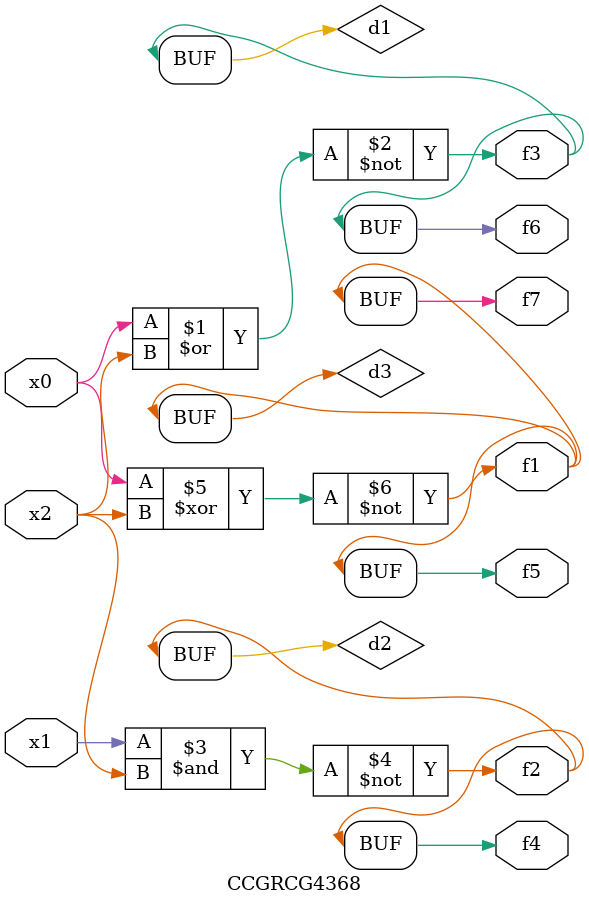
<source format=v>
module CCGRCG4368(
	input x0, x1, x2,
	output f1, f2, f3, f4, f5, f6, f7
);

	wire d1, d2, d3;

	nor (d1, x0, x2);
	nand (d2, x1, x2);
	xnor (d3, x0, x2);
	assign f1 = d3;
	assign f2 = d2;
	assign f3 = d1;
	assign f4 = d2;
	assign f5 = d3;
	assign f6 = d1;
	assign f7 = d3;
endmodule

</source>
